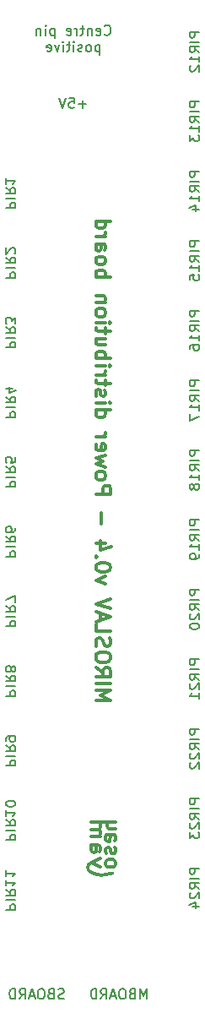
<source format=gbo>
%TF.GenerationSoftware,KiCad,Pcbnew,5.1.10*%
%TF.CreationDate,2021-12-13T09:13:28+01:00*%
%TF.ProjectId,power_board,706f7765-725f-4626-9f61-72642e6b6963,rev?*%
%TF.SameCoordinates,Original*%
%TF.FileFunction,Legend,Bot*%
%TF.FilePolarity,Positive*%
%FSLAX46Y46*%
G04 Gerber Fmt 4.6, Leading zero omitted, Abs format (unit mm)*
G04 Created by KiCad (PCBNEW 5.1.10) date 2021-12-13 09:13:28*
%MOMM*%
%LPD*%
G01*
G04 APERTURE LIST*
%ADD10C,0.300000*%
%ADD11C,0.150000*%
%ADD12C,1.397000*%
%ADD13R,3.500000X3.500000*%
G04 APERTURE END LIST*
D10*
X104757302Y-107297980D02*
X104828731Y-107155122D01*
X104828731Y-106869408D01*
X104757302Y-106726551D01*
X104614445Y-106655122D01*
X104043017Y-106655122D01*
X103900160Y-106726551D01*
X103828731Y-106869408D01*
X103828731Y-107155122D01*
X103900160Y-107297980D01*
X104043017Y-107369408D01*
X104185874Y-107369408D01*
X104328731Y-106655122D01*
X104757302Y-107940837D02*
X104828731Y-108083694D01*
X104828731Y-108369408D01*
X104757302Y-108512265D01*
X104614445Y-108583694D01*
X104543017Y-108583694D01*
X104400160Y-108512265D01*
X104328731Y-108369408D01*
X104328731Y-108155122D01*
X104257302Y-108012265D01*
X104114445Y-107940837D01*
X104043017Y-107940837D01*
X103900160Y-108012265D01*
X103828731Y-108155122D01*
X103828731Y-108369408D01*
X103900160Y-108512265D01*
X104828731Y-109440837D02*
X104757302Y-109297980D01*
X104685874Y-109226551D01*
X104543017Y-109155122D01*
X104114445Y-109155122D01*
X103971588Y-109226551D01*
X103900160Y-109297980D01*
X103828731Y-109440837D01*
X103828731Y-109655122D01*
X103900160Y-109797980D01*
X103971588Y-109869408D01*
X104114445Y-109940837D01*
X104543017Y-109940837D01*
X104685874Y-109869408D01*
X104757302Y-109797980D01*
X104828731Y-109655122D01*
X104828731Y-109440837D01*
X104824615Y-105411151D02*
X103524615Y-105411151D01*
X104824615Y-106054008D02*
X104143662Y-106054008D01*
X104019853Y-105982580D01*
X103957948Y-105839722D01*
X103957948Y-105625437D01*
X104019853Y-105482580D01*
X104081758Y-105411151D01*
X102351840Y-110444280D02*
G75*
G03*
X104494123Y-110542668I1172004J2146971D01*
G01*
X103262871Y-109863442D02*
X102396204Y-109458680D01*
X103262871Y-109053919D01*
X102396204Y-107677728D02*
X103077157Y-107677728D01*
X103200966Y-107758680D01*
X103262871Y-107920585D01*
X103262871Y-108244395D01*
X103200966Y-108406300D01*
X102458109Y-107677728D02*
X102396204Y-107839633D01*
X102396204Y-108244395D01*
X102458109Y-108406300D01*
X102581919Y-108487252D01*
X102705728Y-108487252D01*
X102829538Y-108406300D01*
X102891442Y-108244395D01*
X102891442Y-107839633D01*
X102953347Y-107677728D01*
X102396204Y-106868204D02*
X103262871Y-106868204D01*
X103139061Y-106868204D02*
X103200966Y-106787252D01*
X103262871Y-106625347D01*
X103262871Y-106382490D01*
X103200966Y-106220585D01*
X103077157Y-106139633D01*
X102396204Y-106139633D01*
X103077157Y-106139633D02*
X103200966Y-106058680D01*
X103262871Y-105896776D01*
X103262871Y-105653919D01*
X103200966Y-105492014D01*
X103077157Y-105411061D01*
X102396204Y-105411061D01*
X102387842Y-109479816D02*
G75*
G03*
X102315232Y-110421955I136718J-484404D01*
G01*
X104775000Y-105410000D02*
X102389940Y-105410000D01*
X102826428Y-93250714D02*
X104326428Y-93250714D01*
X103255000Y-92750714D01*
X104326428Y-92250714D01*
X102826428Y-92250714D01*
X102826428Y-91536428D02*
X104326428Y-91536428D01*
X102826428Y-89965000D02*
X103540714Y-90465000D01*
X102826428Y-90822142D02*
X104326428Y-90822142D01*
X104326428Y-90250714D01*
X104255000Y-90107857D01*
X104183571Y-90036428D01*
X104040714Y-89965000D01*
X103826428Y-89965000D01*
X103683571Y-90036428D01*
X103612142Y-90107857D01*
X103540714Y-90250714D01*
X103540714Y-90822142D01*
X104326428Y-89036428D02*
X104326428Y-88750714D01*
X104255000Y-88607857D01*
X104112142Y-88465000D01*
X103826428Y-88393571D01*
X103326428Y-88393571D01*
X103040714Y-88465000D01*
X102897857Y-88607857D01*
X102826428Y-88750714D01*
X102826428Y-89036428D01*
X102897857Y-89179285D01*
X103040714Y-89322142D01*
X103326428Y-89393571D01*
X103826428Y-89393571D01*
X104112142Y-89322142D01*
X104255000Y-89179285D01*
X104326428Y-89036428D01*
X102897857Y-87822142D02*
X102826428Y-87607857D01*
X102826428Y-87250714D01*
X102897857Y-87107857D01*
X102969285Y-87036428D01*
X103112142Y-86965000D01*
X103255000Y-86965000D01*
X103397857Y-87036428D01*
X103469285Y-87107857D01*
X103540714Y-87250714D01*
X103612142Y-87536428D01*
X103683571Y-87679285D01*
X103755000Y-87750714D01*
X103897857Y-87822142D01*
X104040714Y-87822142D01*
X104183571Y-87750714D01*
X104255000Y-87679285D01*
X104326428Y-87536428D01*
X104326428Y-87179285D01*
X104255000Y-86965000D01*
X102826428Y-85607857D02*
X102826428Y-86322142D01*
X104326428Y-86322142D01*
X103255000Y-85179285D02*
X103255000Y-84465000D01*
X102826428Y-85322142D02*
X104326428Y-84822142D01*
X102826428Y-84322142D01*
X104326428Y-84036428D02*
X102826428Y-83536428D01*
X104326428Y-83036428D01*
X103826428Y-81536428D02*
X102826428Y-81179285D01*
X103826428Y-80822142D01*
X104326428Y-79965000D02*
X104326428Y-79822142D01*
X104255000Y-79679285D01*
X104183571Y-79607857D01*
X104040714Y-79536428D01*
X103755000Y-79465000D01*
X103397857Y-79465000D01*
X103112142Y-79536428D01*
X102969285Y-79607857D01*
X102897857Y-79679285D01*
X102826428Y-79822142D01*
X102826428Y-79965000D01*
X102897857Y-80107857D01*
X102969285Y-80179285D01*
X103112142Y-80250714D01*
X103397857Y-80322142D01*
X103755000Y-80322142D01*
X104040714Y-80250714D01*
X104183571Y-80179285D01*
X104255000Y-80107857D01*
X104326428Y-79965000D01*
X102969285Y-78822142D02*
X102897857Y-78750714D01*
X102826428Y-78822142D01*
X102897857Y-78893571D01*
X102969285Y-78822142D01*
X102826428Y-78822142D01*
X103826428Y-77465000D02*
X102826428Y-77465000D01*
X104397857Y-77822142D02*
X103326428Y-78179285D01*
X103326428Y-77250714D01*
X103397857Y-75536428D02*
X103397857Y-74393571D01*
X102826428Y-72536428D02*
X104326428Y-72536428D01*
X104326428Y-71965000D01*
X104255000Y-71822142D01*
X104183571Y-71750714D01*
X104040714Y-71679285D01*
X103826428Y-71679285D01*
X103683571Y-71750714D01*
X103612142Y-71822142D01*
X103540714Y-71965000D01*
X103540714Y-72536428D01*
X102826428Y-70822142D02*
X102897857Y-70965000D01*
X102969285Y-71036428D01*
X103112142Y-71107857D01*
X103540714Y-71107857D01*
X103683571Y-71036428D01*
X103755000Y-70965000D01*
X103826428Y-70822142D01*
X103826428Y-70607857D01*
X103755000Y-70465000D01*
X103683571Y-70393571D01*
X103540714Y-70322142D01*
X103112142Y-70322142D01*
X102969285Y-70393571D01*
X102897857Y-70465000D01*
X102826428Y-70607857D01*
X102826428Y-70822142D01*
X103826428Y-69822142D02*
X102826428Y-69536428D01*
X103540714Y-69250714D01*
X102826428Y-68965000D01*
X103826428Y-68679285D01*
X102897857Y-67536428D02*
X102826428Y-67679285D01*
X102826428Y-67965000D01*
X102897857Y-68107857D01*
X103040714Y-68179285D01*
X103612142Y-68179285D01*
X103755000Y-68107857D01*
X103826428Y-67965000D01*
X103826428Y-67679285D01*
X103755000Y-67536428D01*
X103612142Y-67465000D01*
X103469285Y-67465000D01*
X103326428Y-68179285D01*
X102826428Y-66822142D02*
X103826428Y-66822142D01*
X103540714Y-66822142D02*
X103683571Y-66750714D01*
X103755000Y-66679285D01*
X103826428Y-66536428D01*
X103826428Y-66393571D01*
X102826428Y-64107857D02*
X104326428Y-64107857D01*
X102897857Y-64107857D02*
X102826428Y-64250714D01*
X102826428Y-64536428D01*
X102897857Y-64679285D01*
X102969285Y-64750714D01*
X103112142Y-64822142D01*
X103540714Y-64822142D01*
X103683571Y-64750714D01*
X103755000Y-64679285D01*
X103826428Y-64536428D01*
X103826428Y-64250714D01*
X103755000Y-64107857D01*
X102826428Y-63393571D02*
X103826428Y-63393571D01*
X104326428Y-63393571D02*
X104255000Y-63465000D01*
X104183571Y-63393571D01*
X104255000Y-63322142D01*
X104326428Y-63393571D01*
X104183571Y-63393571D01*
X102897857Y-62750714D02*
X102826428Y-62607857D01*
X102826428Y-62322142D01*
X102897857Y-62179285D01*
X103040714Y-62107857D01*
X103112142Y-62107857D01*
X103255000Y-62179285D01*
X103326428Y-62322142D01*
X103326428Y-62536428D01*
X103397857Y-62679285D01*
X103540714Y-62750714D01*
X103612142Y-62750714D01*
X103755000Y-62679285D01*
X103826428Y-62536428D01*
X103826428Y-62322142D01*
X103755000Y-62179285D01*
X103826428Y-61679285D02*
X103826428Y-61107857D01*
X104326428Y-61465000D02*
X103040714Y-61465000D01*
X102897857Y-61393571D01*
X102826428Y-61250714D01*
X102826428Y-61107857D01*
X102826428Y-60607857D02*
X103826428Y-60607857D01*
X103540714Y-60607857D02*
X103683571Y-60536428D01*
X103755000Y-60465000D01*
X103826428Y-60322142D01*
X103826428Y-60179285D01*
X102826428Y-59679285D02*
X103826428Y-59679285D01*
X104326428Y-59679285D02*
X104255000Y-59750714D01*
X104183571Y-59679285D01*
X104255000Y-59607857D01*
X104326428Y-59679285D01*
X104183571Y-59679285D01*
X102826428Y-58965000D02*
X104326428Y-58965000D01*
X103755000Y-58965000D02*
X103826428Y-58822142D01*
X103826428Y-58536428D01*
X103755000Y-58393571D01*
X103683571Y-58322142D01*
X103540714Y-58250714D01*
X103112142Y-58250714D01*
X102969285Y-58322142D01*
X102897857Y-58393571D01*
X102826428Y-58536428D01*
X102826428Y-58822142D01*
X102897857Y-58965000D01*
X103826428Y-56965000D02*
X102826428Y-56965000D01*
X103826428Y-57607857D02*
X103040714Y-57607857D01*
X102897857Y-57536428D01*
X102826428Y-57393571D01*
X102826428Y-57179285D01*
X102897857Y-57036428D01*
X102969285Y-56965000D01*
X103826428Y-56465000D02*
X103826428Y-55893571D01*
X104326428Y-56250714D02*
X103040714Y-56250714D01*
X102897857Y-56179285D01*
X102826428Y-56036428D01*
X102826428Y-55893571D01*
X102826428Y-55393571D02*
X103826428Y-55393571D01*
X104326428Y-55393571D02*
X104255000Y-55465000D01*
X104183571Y-55393571D01*
X104255000Y-55322142D01*
X104326428Y-55393571D01*
X104183571Y-55393571D01*
X102826428Y-54465000D02*
X102897857Y-54607857D01*
X102969285Y-54679285D01*
X103112142Y-54750714D01*
X103540714Y-54750714D01*
X103683571Y-54679285D01*
X103755000Y-54607857D01*
X103826428Y-54465000D01*
X103826428Y-54250714D01*
X103755000Y-54107857D01*
X103683571Y-54036428D01*
X103540714Y-53965000D01*
X103112142Y-53965000D01*
X102969285Y-54036428D01*
X102897857Y-54107857D01*
X102826428Y-54250714D01*
X102826428Y-54465000D01*
X103826428Y-53322142D02*
X102826428Y-53322142D01*
X103683571Y-53322142D02*
X103755000Y-53250714D01*
X103826428Y-53107857D01*
X103826428Y-52893571D01*
X103755000Y-52750714D01*
X103612142Y-52679285D01*
X102826428Y-52679285D01*
X102826428Y-50822142D02*
X104326428Y-50822142D01*
X103755000Y-50822142D02*
X103826428Y-50679285D01*
X103826428Y-50393571D01*
X103755000Y-50250714D01*
X103683571Y-50179285D01*
X103540714Y-50107857D01*
X103112142Y-50107857D01*
X102969285Y-50179285D01*
X102897857Y-50250714D01*
X102826428Y-50393571D01*
X102826428Y-50679285D01*
X102897857Y-50822142D01*
X102826428Y-49250714D02*
X102897857Y-49393571D01*
X102969285Y-49465000D01*
X103112142Y-49536428D01*
X103540714Y-49536428D01*
X103683571Y-49465000D01*
X103755000Y-49393571D01*
X103826428Y-49250714D01*
X103826428Y-49036428D01*
X103755000Y-48893571D01*
X103683571Y-48822142D01*
X103540714Y-48750714D01*
X103112142Y-48750714D01*
X102969285Y-48822142D01*
X102897857Y-48893571D01*
X102826428Y-49036428D01*
X102826428Y-49250714D01*
X102826428Y-47465000D02*
X103612142Y-47465000D01*
X103755000Y-47536428D01*
X103826428Y-47679285D01*
X103826428Y-47965000D01*
X103755000Y-48107857D01*
X102897857Y-47465000D02*
X102826428Y-47607857D01*
X102826428Y-47965000D01*
X102897857Y-48107857D01*
X103040714Y-48179285D01*
X103183571Y-48179285D01*
X103326428Y-48107857D01*
X103397857Y-47965000D01*
X103397857Y-47607857D01*
X103469285Y-47465000D01*
X102826428Y-46750714D02*
X103826428Y-46750714D01*
X103540714Y-46750714D02*
X103683571Y-46679285D01*
X103755000Y-46607857D01*
X103826428Y-46465000D01*
X103826428Y-46322142D01*
X102826428Y-45179285D02*
X104326428Y-45179285D01*
X102897857Y-45179285D02*
X102826428Y-45322142D01*
X102826428Y-45607857D01*
X102897857Y-45750714D01*
X102969285Y-45822142D01*
X103112142Y-45893571D01*
X103540714Y-45893571D01*
X103683571Y-45822142D01*
X103755000Y-45750714D01*
X103826428Y-45607857D01*
X103826428Y-45322142D01*
X103755000Y-45179285D01*
D11*
X103703047Y-26456142D02*
X103750666Y-26503761D01*
X103893523Y-26551380D01*
X103988761Y-26551380D01*
X104131619Y-26503761D01*
X104226857Y-26408523D01*
X104274476Y-26313285D01*
X104322095Y-26122809D01*
X104322095Y-25979952D01*
X104274476Y-25789476D01*
X104226857Y-25694238D01*
X104131619Y-25599000D01*
X103988761Y-25551380D01*
X103893523Y-25551380D01*
X103750666Y-25599000D01*
X103703047Y-25646619D01*
X102893523Y-26503761D02*
X102988761Y-26551380D01*
X103179238Y-26551380D01*
X103274476Y-26503761D01*
X103322095Y-26408523D01*
X103322095Y-26027571D01*
X103274476Y-25932333D01*
X103179238Y-25884714D01*
X102988761Y-25884714D01*
X102893523Y-25932333D01*
X102845904Y-26027571D01*
X102845904Y-26122809D01*
X103322095Y-26218047D01*
X102417333Y-25884714D02*
X102417333Y-26551380D01*
X102417333Y-25979952D02*
X102369714Y-25932333D01*
X102274476Y-25884714D01*
X102131619Y-25884714D01*
X102036380Y-25932333D01*
X101988761Y-26027571D01*
X101988761Y-26551380D01*
X101655428Y-25884714D02*
X101274476Y-25884714D01*
X101512571Y-25551380D02*
X101512571Y-26408523D01*
X101464952Y-26503761D01*
X101369714Y-26551380D01*
X101274476Y-26551380D01*
X100941142Y-26551380D02*
X100941142Y-25884714D01*
X100941142Y-26075190D02*
X100893523Y-25979952D01*
X100845904Y-25932333D01*
X100750666Y-25884714D01*
X100655428Y-25884714D01*
X99941142Y-26503761D02*
X100036380Y-26551380D01*
X100226857Y-26551380D01*
X100322095Y-26503761D01*
X100369714Y-26408523D01*
X100369714Y-26027571D01*
X100322095Y-25932333D01*
X100226857Y-25884714D01*
X100036380Y-25884714D01*
X99941142Y-25932333D01*
X99893523Y-26027571D01*
X99893523Y-26122809D01*
X100369714Y-26218047D01*
X98703047Y-25884714D02*
X98703047Y-26884714D01*
X98703047Y-25932333D02*
X98607809Y-25884714D01*
X98417333Y-25884714D01*
X98322095Y-25932333D01*
X98274476Y-25979952D01*
X98226857Y-26075190D01*
X98226857Y-26360904D01*
X98274476Y-26456142D01*
X98322095Y-26503761D01*
X98417333Y-26551380D01*
X98607809Y-26551380D01*
X98703047Y-26503761D01*
X97798285Y-26551380D02*
X97798285Y-25884714D01*
X97798285Y-25551380D02*
X97845904Y-25599000D01*
X97798285Y-25646619D01*
X97750666Y-25599000D01*
X97798285Y-25551380D01*
X97798285Y-25646619D01*
X97322095Y-25884714D02*
X97322095Y-26551380D01*
X97322095Y-25979952D02*
X97274476Y-25932333D01*
X97179238Y-25884714D01*
X97036380Y-25884714D01*
X96941142Y-25932333D01*
X96893523Y-26027571D01*
X96893523Y-26551380D01*
X103226857Y-27534714D02*
X103226857Y-28534714D01*
X103226857Y-27582333D02*
X103131619Y-27534714D01*
X102941142Y-27534714D01*
X102845904Y-27582333D01*
X102798285Y-27629952D01*
X102750666Y-27725190D01*
X102750666Y-28010904D01*
X102798285Y-28106142D01*
X102845904Y-28153761D01*
X102941142Y-28201380D01*
X103131619Y-28201380D01*
X103226857Y-28153761D01*
X102179238Y-28201380D02*
X102274476Y-28153761D01*
X102322095Y-28106142D01*
X102369714Y-28010904D01*
X102369714Y-27725190D01*
X102322095Y-27629952D01*
X102274476Y-27582333D01*
X102179238Y-27534714D01*
X102036380Y-27534714D01*
X101941142Y-27582333D01*
X101893523Y-27629952D01*
X101845904Y-27725190D01*
X101845904Y-28010904D01*
X101893523Y-28106142D01*
X101941142Y-28153761D01*
X102036380Y-28201380D01*
X102179238Y-28201380D01*
X101464952Y-28153761D02*
X101369714Y-28201380D01*
X101179238Y-28201380D01*
X101083999Y-28153761D01*
X101036380Y-28058523D01*
X101036380Y-28010904D01*
X101083999Y-27915666D01*
X101179238Y-27868047D01*
X101322095Y-27868047D01*
X101417333Y-27820428D01*
X101464952Y-27725190D01*
X101464952Y-27677571D01*
X101417333Y-27582333D01*
X101322095Y-27534714D01*
X101179238Y-27534714D01*
X101083999Y-27582333D01*
X100607809Y-28201380D02*
X100607809Y-27534714D01*
X100607809Y-27201380D02*
X100655428Y-27249000D01*
X100607809Y-27296619D01*
X100560190Y-27249000D01*
X100607809Y-27201380D01*
X100607809Y-27296619D01*
X100274476Y-27534714D02*
X99893523Y-27534714D01*
X100131619Y-27201380D02*
X100131619Y-28058523D01*
X100083999Y-28153761D01*
X99988761Y-28201380D01*
X99893523Y-28201380D01*
X99560190Y-28201380D02*
X99560190Y-27534714D01*
X99560190Y-27201380D02*
X99607809Y-27249000D01*
X99560190Y-27296619D01*
X99512571Y-27249000D01*
X99560190Y-27201380D01*
X99560190Y-27296619D01*
X99179238Y-27534714D02*
X98941142Y-28201380D01*
X98703047Y-27534714D01*
X97941142Y-28153761D02*
X98036380Y-28201380D01*
X98226857Y-28201380D01*
X98322095Y-28153761D01*
X98369714Y-28058523D01*
X98369714Y-27677571D01*
X98322095Y-27582333D01*
X98226857Y-27534714D01*
X98036380Y-27534714D01*
X97941142Y-27582333D01*
X97893523Y-27677571D01*
X97893523Y-27772809D01*
X98369714Y-27868047D01*
X101869714Y-33472428D02*
X101107809Y-33472428D01*
X101488761Y-33853380D02*
X101488761Y-33091476D01*
X100155428Y-32853380D02*
X100631619Y-32853380D01*
X100679238Y-33329571D01*
X100631619Y-33281952D01*
X100536380Y-33234333D01*
X100298285Y-33234333D01*
X100203047Y-33281952D01*
X100155428Y-33329571D01*
X100107809Y-33424809D01*
X100107809Y-33662904D01*
X100155428Y-33758142D01*
X100203047Y-33805761D01*
X100298285Y-33853380D01*
X100536380Y-33853380D01*
X100631619Y-33805761D01*
X100679238Y-33758142D01*
X99822095Y-32853380D02*
X99488761Y-33853380D01*
X99155428Y-32853380D01*
X107941715Y-123134380D02*
X107941715Y-122134380D01*
X107608381Y-122848666D01*
X107275048Y-122134380D01*
X107275048Y-123134380D01*
X106465524Y-122610571D02*
X106322667Y-122658190D01*
X106275048Y-122705809D01*
X106227429Y-122801047D01*
X106227429Y-122943904D01*
X106275048Y-123039142D01*
X106322667Y-123086761D01*
X106417905Y-123134380D01*
X106798858Y-123134380D01*
X106798858Y-122134380D01*
X106465524Y-122134380D01*
X106370286Y-122182000D01*
X106322667Y-122229619D01*
X106275048Y-122324857D01*
X106275048Y-122420095D01*
X106322667Y-122515333D01*
X106370286Y-122562952D01*
X106465524Y-122610571D01*
X106798858Y-122610571D01*
X105608381Y-122134380D02*
X105417905Y-122134380D01*
X105322667Y-122182000D01*
X105227429Y-122277238D01*
X105179810Y-122467714D01*
X105179810Y-122801047D01*
X105227429Y-122991523D01*
X105322667Y-123086761D01*
X105417905Y-123134380D01*
X105608381Y-123134380D01*
X105703620Y-123086761D01*
X105798858Y-122991523D01*
X105846477Y-122801047D01*
X105846477Y-122467714D01*
X105798858Y-122277238D01*
X105703620Y-122182000D01*
X105608381Y-122134380D01*
X104798858Y-122848666D02*
X104322667Y-122848666D01*
X104894096Y-123134380D02*
X104560762Y-122134380D01*
X104227429Y-123134380D01*
X103322667Y-123134380D02*
X103656001Y-122658190D01*
X103894096Y-123134380D02*
X103894096Y-122134380D01*
X103513143Y-122134380D01*
X103417905Y-122182000D01*
X103370286Y-122229619D01*
X103322667Y-122324857D01*
X103322667Y-122467714D01*
X103370286Y-122562952D01*
X103417905Y-122610571D01*
X103513143Y-122658190D01*
X103894096Y-122658190D01*
X102894096Y-123134380D02*
X102894096Y-122134380D01*
X102656001Y-122134380D01*
X102513143Y-122182000D01*
X102417905Y-122277238D01*
X102370286Y-122372476D01*
X102322667Y-122562952D01*
X102322667Y-122705809D01*
X102370286Y-122896285D01*
X102417905Y-122991523D01*
X102513143Y-123086761D01*
X102656001Y-123134380D01*
X102894096Y-123134380D01*
X99639095Y-123086761D02*
X99496238Y-123134380D01*
X99258142Y-123134380D01*
X99162904Y-123086761D01*
X99115285Y-123039142D01*
X99067666Y-122943904D01*
X99067666Y-122848666D01*
X99115285Y-122753428D01*
X99162904Y-122705809D01*
X99258142Y-122658190D01*
X99448619Y-122610571D01*
X99543857Y-122562952D01*
X99591476Y-122515333D01*
X99639095Y-122420095D01*
X99639095Y-122324857D01*
X99591476Y-122229619D01*
X99543857Y-122182000D01*
X99448619Y-122134380D01*
X99210523Y-122134380D01*
X99067666Y-122182000D01*
X98305761Y-122610571D02*
X98162904Y-122658190D01*
X98115285Y-122705809D01*
X98067666Y-122801047D01*
X98067666Y-122943904D01*
X98115285Y-123039142D01*
X98162904Y-123086761D01*
X98258142Y-123134380D01*
X98639095Y-123134380D01*
X98639095Y-122134380D01*
X98305761Y-122134380D01*
X98210523Y-122182000D01*
X98162904Y-122229619D01*
X98115285Y-122324857D01*
X98115285Y-122420095D01*
X98162904Y-122515333D01*
X98210523Y-122562952D01*
X98305761Y-122610571D01*
X98639095Y-122610571D01*
X97448619Y-122134380D02*
X97258142Y-122134380D01*
X97162904Y-122182000D01*
X97067666Y-122277238D01*
X97020047Y-122467714D01*
X97020047Y-122801047D01*
X97067666Y-122991523D01*
X97162904Y-123086761D01*
X97258142Y-123134380D01*
X97448619Y-123134380D01*
X97543857Y-123086761D01*
X97639095Y-122991523D01*
X97686714Y-122801047D01*
X97686714Y-122467714D01*
X97639095Y-122277238D01*
X97543857Y-122182000D01*
X97448619Y-122134380D01*
X96639095Y-122848666D02*
X96162904Y-122848666D01*
X96734333Y-123134380D02*
X96401000Y-122134380D01*
X96067666Y-123134380D01*
X95162904Y-123134380D02*
X95496238Y-122658190D01*
X95734333Y-123134380D02*
X95734333Y-122134380D01*
X95353380Y-122134380D01*
X95258142Y-122182000D01*
X95210523Y-122229619D01*
X95162904Y-122324857D01*
X95162904Y-122467714D01*
X95210523Y-122562952D01*
X95258142Y-122610571D01*
X95353380Y-122658190D01*
X95734333Y-122658190D01*
X94734333Y-123134380D02*
X94734333Y-122134380D01*
X94496238Y-122134380D01*
X94353380Y-122182000D01*
X94258142Y-122277238D01*
X94210523Y-122372476D01*
X94162904Y-122562952D01*
X94162904Y-122705809D01*
X94210523Y-122896285D01*
X94258142Y-122991523D01*
X94353380Y-123086761D01*
X94496238Y-123134380D01*
X94734333Y-123134380D01*
X93781619Y-99774190D02*
X94781619Y-99774190D01*
X94781619Y-99393238D01*
X94734000Y-99298000D01*
X94686380Y-99250380D01*
X94591142Y-99202761D01*
X94448285Y-99202761D01*
X94353047Y-99250380D01*
X94305428Y-99298000D01*
X94257809Y-99393238D01*
X94257809Y-99774190D01*
X93781619Y-98774190D02*
X94781619Y-98774190D01*
X93781619Y-97726571D02*
X94257809Y-98059904D01*
X93781619Y-98298000D02*
X94781619Y-98298000D01*
X94781619Y-97917047D01*
X94734000Y-97821809D01*
X94686380Y-97774190D01*
X94591142Y-97726571D01*
X94448285Y-97726571D01*
X94353047Y-97774190D01*
X94305428Y-97821809D01*
X94257809Y-97917047D01*
X94257809Y-98298000D01*
X93781619Y-97250380D02*
X93781619Y-97059904D01*
X93829238Y-96964666D01*
X93876857Y-96917047D01*
X94019714Y-96821809D01*
X94210190Y-96774190D01*
X94591142Y-96774190D01*
X94686380Y-96821809D01*
X94734000Y-96869428D01*
X94781619Y-96964666D01*
X94781619Y-97155142D01*
X94734000Y-97250380D01*
X94686380Y-97298000D01*
X94591142Y-97345619D01*
X94353047Y-97345619D01*
X94257809Y-97298000D01*
X94210190Y-97250380D01*
X94162571Y-97155142D01*
X94162571Y-96964666D01*
X94210190Y-96869428D01*
X94257809Y-96821809D01*
X94353047Y-96774190D01*
X93781619Y-92789190D02*
X94781619Y-92789190D01*
X94781619Y-92408238D01*
X94734000Y-92313000D01*
X94686380Y-92265380D01*
X94591142Y-92217761D01*
X94448285Y-92217761D01*
X94353047Y-92265380D01*
X94305428Y-92313000D01*
X94257809Y-92408238D01*
X94257809Y-92789190D01*
X93781619Y-91789190D02*
X94781619Y-91789190D01*
X93781619Y-90741571D02*
X94257809Y-91074904D01*
X93781619Y-91313000D02*
X94781619Y-91313000D01*
X94781619Y-90932047D01*
X94734000Y-90836809D01*
X94686380Y-90789190D01*
X94591142Y-90741571D01*
X94448285Y-90741571D01*
X94353047Y-90789190D01*
X94305428Y-90836809D01*
X94257809Y-90932047D01*
X94257809Y-91313000D01*
X94353047Y-90170142D02*
X94400666Y-90265380D01*
X94448285Y-90313000D01*
X94543523Y-90360619D01*
X94591142Y-90360619D01*
X94686380Y-90313000D01*
X94734000Y-90265380D01*
X94781619Y-90170142D01*
X94781619Y-89979666D01*
X94734000Y-89884428D01*
X94686380Y-89836809D01*
X94591142Y-89789190D01*
X94543523Y-89789190D01*
X94448285Y-89836809D01*
X94400666Y-89884428D01*
X94353047Y-89979666D01*
X94353047Y-90170142D01*
X94305428Y-90265380D01*
X94257809Y-90313000D01*
X94162571Y-90360619D01*
X93972095Y-90360619D01*
X93876857Y-90313000D01*
X93829238Y-90265380D01*
X93781619Y-90170142D01*
X93781619Y-89979666D01*
X93829238Y-89884428D01*
X93876857Y-89836809D01*
X93972095Y-89789190D01*
X94162571Y-89789190D01*
X94257809Y-89836809D01*
X94305428Y-89884428D01*
X94353047Y-89979666D01*
X93781619Y-85804190D02*
X94781619Y-85804190D01*
X94781619Y-85423238D01*
X94734000Y-85328000D01*
X94686380Y-85280380D01*
X94591142Y-85232761D01*
X94448285Y-85232761D01*
X94353047Y-85280380D01*
X94305428Y-85328000D01*
X94257809Y-85423238D01*
X94257809Y-85804190D01*
X93781619Y-84804190D02*
X94781619Y-84804190D01*
X93781619Y-83756571D02*
X94257809Y-84089904D01*
X93781619Y-84328000D02*
X94781619Y-84328000D01*
X94781619Y-83947047D01*
X94734000Y-83851809D01*
X94686380Y-83804190D01*
X94591142Y-83756571D01*
X94448285Y-83756571D01*
X94353047Y-83804190D01*
X94305428Y-83851809D01*
X94257809Y-83947047D01*
X94257809Y-84328000D01*
X94781619Y-83423238D02*
X94781619Y-82756571D01*
X93781619Y-83185142D01*
X93781619Y-78819190D02*
X94781619Y-78819190D01*
X94781619Y-78438238D01*
X94734000Y-78343000D01*
X94686380Y-78295380D01*
X94591142Y-78247761D01*
X94448285Y-78247761D01*
X94353047Y-78295380D01*
X94305428Y-78343000D01*
X94257809Y-78438238D01*
X94257809Y-78819190D01*
X93781619Y-77819190D02*
X94781619Y-77819190D01*
X93781619Y-76771571D02*
X94257809Y-77104904D01*
X93781619Y-77343000D02*
X94781619Y-77343000D01*
X94781619Y-76962047D01*
X94734000Y-76866809D01*
X94686380Y-76819190D01*
X94591142Y-76771571D01*
X94448285Y-76771571D01*
X94353047Y-76819190D01*
X94305428Y-76866809D01*
X94257809Y-76962047D01*
X94257809Y-77343000D01*
X94781619Y-75914428D02*
X94781619Y-76104904D01*
X94734000Y-76200142D01*
X94686380Y-76247761D01*
X94543523Y-76343000D01*
X94353047Y-76390619D01*
X93972095Y-76390619D01*
X93876857Y-76343000D01*
X93829238Y-76295380D01*
X93781619Y-76200142D01*
X93781619Y-76009666D01*
X93829238Y-75914428D01*
X93876857Y-75866809D01*
X93972095Y-75819190D01*
X94210190Y-75819190D01*
X94305428Y-75866809D01*
X94353047Y-75914428D01*
X94400666Y-76009666D01*
X94400666Y-76200142D01*
X94353047Y-76295380D01*
X94305428Y-76343000D01*
X94210190Y-76390619D01*
X93781619Y-71834190D02*
X94781619Y-71834190D01*
X94781619Y-71453238D01*
X94734000Y-71358000D01*
X94686380Y-71310380D01*
X94591142Y-71262761D01*
X94448285Y-71262761D01*
X94353047Y-71310380D01*
X94305428Y-71358000D01*
X94257809Y-71453238D01*
X94257809Y-71834190D01*
X93781619Y-70834190D02*
X94781619Y-70834190D01*
X93781619Y-69786571D02*
X94257809Y-70119904D01*
X93781619Y-70358000D02*
X94781619Y-70358000D01*
X94781619Y-69977047D01*
X94734000Y-69881809D01*
X94686380Y-69834190D01*
X94591142Y-69786571D01*
X94448285Y-69786571D01*
X94353047Y-69834190D01*
X94305428Y-69881809D01*
X94257809Y-69977047D01*
X94257809Y-70358000D01*
X94781619Y-68881809D02*
X94781619Y-69358000D01*
X94305428Y-69405619D01*
X94353047Y-69358000D01*
X94400666Y-69262761D01*
X94400666Y-69024666D01*
X94353047Y-68929428D01*
X94305428Y-68881809D01*
X94210190Y-68834190D01*
X93972095Y-68834190D01*
X93876857Y-68881809D01*
X93829238Y-68929428D01*
X93781619Y-69024666D01*
X93781619Y-69262761D01*
X93829238Y-69358000D01*
X93876857Y-69405619D01*
X93781619Y-64849190D02*
X94781619Y-64849190D01*
X94781619Y-64468238D01*
X94734000Y-64373000D01*
X94686380Y-64325380D01*
X94591142Y-64277761D01*
X94448285Y-64277761D01*
X94353047Y-64325380D01*
X94305428Y-64373000D01*
X94257809Y-64468238D01*
X94257809Y-64849190D01*
X93781619Y-63849190D02*
X94781619Y-63849190D01*
X93781619Y-62801571D02*
X94257809Y-63134904D01*
X93781619Y-63373000D02*
X94781619Y-63373000D01*
X94781619Y-62992047D01*
X94734000Y-62896809D01*
X94686380Y-62849190D01*
X94591142Y-62801571D01*
X94448285Y-62801571D01*
X94353047Y-62849190D01*
X94305428Y-62896809D01*
X94257809Y-62992047D01*
X94257809Y-63373000D01*
X94448285Y-61944428D02*
X93781619Y-61944428D01*
X94829238Y-62182523D02*
X94114952Y-62420619D01*
X94114952Y-61801571D01*
X93781619Y-57864191D02*
X94781619Y-57864191D01*
X94781619Y-57483239D01*
X94734000Y-57388001D01*
X94686380Y-57340381D01*
X94591142Y-57292762D01*
X94448285Y-57292762D01*
X94353047Y-57340381D01*
X94305428Y-57388001D01*
X94257809Y-57483239D01*
X94257809Y-57864191D01*
X93781619Y-56864191D02*
X94781619Y-56864191D01*
X93781619Y-55816572D02*
X94257809Y-56149905D01*
X93781619Y-56388001D02*
X94781619Y-56388001D01*
X94781619Y-56007048D01*
X94734000Y-55911810D01*
X94686380Y-55864191D01*
X94591142Y-55816572D01*
X94448285Y-55816572D01*
X94353047Y-55864191D01*
X94305428Y-55911810D01*
X94257809Y-56007048D01*
X94257809Y-56388001D01*
X94781619Y-55483239D02*
X94781619Y-54864191D01*
X94400666Y-55197524D01*
X94400666Y-55054667D01*
X94353047Y-54959429D01*
X94305428Y-54911810D01*
X94210190Y-54864191D01*
X93972095Y-54864191D01*
X93876857Y-54911810D01*
X93829238Y-54959429D01*
X93781619Y-55054667D01*
X93781619Y-55340381D01*
X93829238Y-55435620D01*
X93876857Y-55483239D01*
X93781619Y-50879190D02*
X94781619Y-50879190D01*
X94781619Y-50498238D01*
X94734000Y-50403000D01*
X94686380Y-50355380D01*
X94591142Y-50307761D01*
X94448285Y-50307761D01*
X94353047Y-50355380D01*
X94305428Y-50403000D01*
X94257809Y-50498238D01*
X94257809Y-50879190D01*
X93781619Y-49879190D02*
X94781619Y-49879190D01*
X93781619Y-48831571D02*
X94257809Y-49164904D01*
X93781619Y-49403000D02*
X94781619Y-49403000D01*
X94781619Y-49022047D01*
X94734000Y-48926809D01*
X94686380Y-48879190D01*
X94591142Y-48831571D01*
X94448285Y-48831571D01*
X94353047Y-48879190D01*
X94305428Y-48926809D01*
X94257809Y-49022047D01*
X94257809Y-49403000D01*
X94686380Y-48450619D02*
X94734000Y-48403000D01*
X94781619Y-48307761D01*
X94781619Y-48069666D01*
X94734000Y-47974428D01*
X94686380Y-47926809D01*
X94591142Y-47879190D01*
X94495904Y-47879190D01*
X94353047Y-47926809D01*
X93781619Y-48498238D01*
X93781619Y-47879190D01*
X93781619Y-43894191D02*
X94781619Y-43894191D01*
X94781619Y-43513239D01*
X94734000Y-43418001D01*
X94686380Y-43370381D01*
X94591142Y-43322762D01*
X94448285Y-43322762D01*
X94353047Y-43370381D01*
X94305428Y-43418001D01*
X94257809Y-43513239D01*
X94257809Y-43894191D01*
X93781619Y-42894191D02*
X94781619Y-42894191D01*
X93781619Y-41846572D02*
X94257809Y-42179905D01*
X93781619Y-42418001D02*
X94781619Y-42418001D01*
X94781619Y-42037048D01*
X94734000Y-41941810D01*
X94686380Y-41894191D01*
X94591142Y-41846572D01*
X94448285Y-41846572D01*
X94353047Y-41894191D01*
X94305428Y-41941810D01*
X94257809Y-42037048D01*
X94257809Y-42418001D01*
X93781619Y-40894191D02*
X93781619Y-41465620D01*
X93781619Y-41179905D02*
X94781619Y-41179905D01*
X94638761Y-41275143D01*
X94543523Y-41370381D01*
X94495904Y-41465620D01*
X93781619Y-107235380D02*
X94781619Y-107235380D01*
X94781619Y-106854428D01*
X94734000Y-106759190D01*
X94686380Y-106711571D01*
X94591142Y-106663952D01*
X94448285Y-106663952D01*
X94353047Y-106711571D01*
X94305428Y-106759190D01*
X94257809Y-106854428D01*
X94257809Y-107235380D01*
X93781619Y-106235380D02*
X94781619Y-106235380D01*
X93781619Y-105187761D02*
X94257809Y-105521095D01*
X93781619Y-105759190D02*
X94781619Y-105759190D01*
X94781619Y-105378238D01*
X94734000Y-105283000D01*
X94686380Y-105235380D01*
X94591142Y-105187761D01*
X94448285Y-105187761D01*
X94353047Y-105235380D01*
X94305428Y-105283000D01*
X94257809Y-105378238D01*
X94257809Y-105759190D01*
X93781619Y-104235380D02*
X93781619Y-104806809D01*
X93781619Y-104521095D02*
X94781619Y-104521095D01*
X94638761Y-104616333D01*
X94543523Y-104711571D01*
X94495904Y-104806809D01*
X94781619Y-103616333D02*
X94781619Y-103521095D01*
X94734000Y-103425857D01*
X94686380Y-103378238D01*
X94591142Y-103330619D01*
X94400666Y-103283000D01*
X94162571Y-103283000D01*
X93972095Y-103330619D01*
X93876857Y-103378238D01*
X93829238Y-103425857D01*
X93781619Y-103521095D01*
X93781619Y-103616333D01*
X93829238Y-103711571D01*
X93876857Y-103759190D01*
X93972095Y-103806809D01*
X94162571Y-103854428D01*
X94400666Y-103854428D01*
X94591142Y-103806809D01*
X94686380Y-103759190D01*
X94734000Y-103711571D01*
X94781619Y-103616333D01*
X93781619Y-114220380D02*
X94781619Y-114220380D01*
X94781619Y-113839428D01*
X94734000Y-113744190D01*
X94686380Y-113696571D01*
X94591142Y-113648952D01*
X94448285Y-113648952D01*
X94353047Y-113696571D01*
X94305428Y-113744190D01*
X94257809Y-113839428D01*
X94257809Y-114220380D01*
X93781619Y-113220380D02*
X94781619Y-113220380D01*
X93781619Y-112172761D02*
X94257809Y-112506095D01*
X93781619Y-112744190D02*
X94781619Y-112744190D01*
X94781619Y-112363238D01*
X94734000Y-112268000D01*
X94686380Y-112220380D01*
X94591142Y-112172761D01*
X94448285Y-112172761D01*
X94353047Y-112220380D01*
X94305428Y-112268000D01*
X94257809Y-112363238D01*
X94257809Y-112744190D01*
X93781619Y-111220380D02*
X93781619Y-111791809D01*
X93781619Y-111506095D02*
X94781619Y-111506095D01*
X94638761Y-111601333D01*
X94543523Y-111696571D01*
X94495904Y-111791809D01*
X93781619Y-110268000D02*
X93781619Y-110839428D01*
X93781619Y-110553714D02*
X94781619Y-110553714D01*
X94638761Y-110648952D01*
X94543523Y-110744190D01*
X94495904Y-110839428D01*
X113228380Y-26241619D02*
X112228380Y-26241619D01*
X112228380Y-26622571D01*
X112276000Y-26717809D01*
X112323619Y-26765428D01*
X112418857Y-26813047D01*
X112561714Y-26813047D01*
X112656952Y-26765428D01*
X112704571Y-26717809D01*
X112752190Y-26622571D01*
X112752190Y-26241619D01*
X113228380Y-27241619D02*
X112228380Y-27241619D01*
X113228380Y-28289238D02*
X112752190Y-27955904D01*
X113228380Y-27717809D02*
X112228380Y-27717809D01*
X112228380Y-28098761D01*
X112276000Y-28194000D01*
X112323619Y-28241619D01*
X112418857Y-28289238D01*
X112561714Y-28289238D01*
X112656952Y-28241619D01*
X112704571Y-28194000D01*
X112752190Y-28098761D01*
X112752190Y-27717809D01*
X113228380Y-29241619D02*
X113228380Y-28670190D01*
X113228380Y-28955904D02*
X112228380Y-28955904D01*
X112371238Y-28860666D01*
X112466476Y-28765428D01*
X112514095Y-28670190D01*
X112323619Y-29622571D02*
X112276000Y-29670190D01*
X112228380Y-29765428D01*
X112228380Y-30003523D01*
X112276000Y-30098761D01*
X112323619Y-30146380D01*
X112418857Y-30194000D01*
X112514095Y-30194000D01*
X112656952Y-30146380D01*
X113228380Y-29574952D01*
X113228380Y-30194000D01*
X113228380Y-33226619D02*
X112228380Y-33226619D01*
X112228380Y-33607571D01*
X112276000Y-33702809D01*
X112323619Y-33750428D01*
X112418857Y-33798047D01*
X112561714Y-33798047D01*
X112656952Y-33750428D01*
X112704571Y-33702809D01*
X112752190Y-33607571D01*
X112752190Y-33226619D01*
X113228380Y-34226619D02*
X112228380Y-34226619D01*
X113228380Y-35274238D02*
X112752190Y-34940904D01*
X113228380Y-34702809D02*
X112228380Y-34702809D01*
X112228380Y-35083761D01*
X112276000Y-35179000D01*
X112323619Y-35226619D01*
X112418857Y-35274238D01*
X112561714Y-35274238D01*
X112656952Y-35226619D01*
X112704571Y-35179000D01*
X112752190Y-35083761D01*
X112752190Y-34702809D01*
X113228380Y-36226619D02*
X113228380Y-35655190D01*
X113228380Y-35940904D02*
X112228380Y-35940904D01*
X112371238Y-35845666D01*
X112466476Y-35750428D01*
X112514095Y-35655190D01*
X112228380Y-36559952D02*
X112228380Y-37179000D01*
X112609333Y-36845666D01*
X112609333Y-36988523D01*
X112656952Y-37083761D01*
X112704571Y-37131380D01*
X112799809Y-37179000D01*
X113037904Y-37179000D01*
X113133142Y-37131380D01*
X113180761Y-37083761D01*
X113228380Y-36988523D01*
X113228380Y-36702809D01*
X113180761Y-36607571D01*
X113133142Y-36559952D01*
X113228380Y-40211619D02*
X112228380Y-40211619D01*
X112228380Y-40592571D01*
X112276000Y-40687809D01*
X112323619Y-40735428D01*
X112418857Y-40783047D01*
X112561714Y-40783047D01*
X112656952Y-40735428D01*
X112704571Y-40687809D01*
X112752190Y-40592571D01*
X112752190Y-40211619D01*
X113228380Y-41211619D02*
X112228380Y-41211619D01*
X113228380Y-42259238D02*
X112752190Y-41925904D01*
X113228380Y-41687809D02*
X112228380Y-41687809D01*
X112228380Y-42068761D01*
X112276000Y-42164000D01*
X112323619Y-42211619D01*
X112418857Y-42259238D01*
X112561714Y-42259238D01*
X112656952Y-42211619D01*
X112704571Y-42164000D01*
X112752190Y-42068761D01*
X112752190Y-41687809D01*
X113228380Y-43211619D02*
X113228380Y-42640190D01*
X113228380Y-42925904D02*
X112228380Y-42925904D01*
X112371238Y-42830666D01*
X112466476Y-42735428D01*
X112514095Y-42640190D01*
X112561714Y-44068761D02*
X113228380Y-44068761D01*
X112180761Y-43830666D02*
X112895047Y-43592571D01*
X112895047Y-44211619D01*
X113228380Y-47196618D02*
X112228380Y-47196618D01*
X112228380Y-47577570D01*
X112276000Y-47672808D01*
X112323619Y-47720427D01*
X112418857Y-47768046D01*
X112561714Y-47768046D01*
X112656952Y-47720427D01*
X112704571Y-47672808D01*
X112752190Y-47577570D01*
X112752190Y-47196618D01*
X113228380Y-48196618D02*
X112228380Y-48196618D01*
X113228380Y-49244237D02*
X112752190Y-48910903D01*
X113228380Y-48672808D02*
X112228380Y-48672808D01*
X112228380Y-49053760D01*
X112276000Y-49148999D01*
X112323619Y-49196618D01*
X112418857Y-49244237D01*
X112561714Y-49244237D01*
X112656952Y-49196618D01*
X112704571Y-49148999D01*
X112752190Y-49053760D01*
X112752190Y-48672808D01*
X113228380Y-50196618D02*
X113228380Y-49625189D01*
X113228380Y-49910903D02*
X112228380Y-49910903D01*
X112371238Y-49815665D01*
X112466476Y-49720427D01*
X112514095Y-49625189D01*
X112228380Y-51101379D02*
X112228380Y-50625189D01*
X112704571Y-50577570D01*
X112656952Y-50625189D01*
X112609333Y-50720427D01*
X112609333Y-50958522D01*
X112656952Y-51053760D01*
X112704571Y-51101379D01*
X112799809Y-51148999D01*
X113037904Y-51148999D01*
X113133142Y-51101379D01*
X113180761Y-51053760D01*
X113228380Y-50958522D01*
X113228380Y-50720427D01*
X113180761Y-50625189D01*
X113133142Y-50577570D01*
X113228380Y-54181619D02*
X112228380Y-54181619D01*
X112228380Y-54562571D01*
X112276000Y-54657809D01*
X112323619Y-54705428D01*
X112418857Y-54753047D01*
X112561714Y-54753047D01*
X112656952Y-54705428D01*
X112704571Y-54657809D01*
X112752190Y-54562571D01*
X112752190Y-54181619D01*
X113228380Y-55181619D02*
X112228380Y-55181619D01*
X113228380Y-56229238D02*
X112752190Y-55895904D01*
X113228380Y-55657809D02*
X112228380Y-55657809D01*
X112228380Y-56038761D01*
X112276000Y-56134000D01*
X112323619Y-56181619D01*
X112418857Y-56229238D01*
X112561714Y-56229238D01*
X112656952Y-56181619D01*
X112704571Y-56134000D01*
X112752190Y-56038761D01*
X112752190Y-55657809D01*
X113228380Y-57181619D02*
X113228380Y-56610190D01*
X113228380Y-56895904D02*
X112228380Y-56895904D01*
X112371238Y-56800666D01*
X112466476Y-56705428D01*
X112514095Y-56610190D01*
X112228380Y-58038761D02*
X112228380Y-57848285D01*
X112276000Y-57753047D01*
X112323619Y-57705428D01*
X112466476Y-57610190D01*
X112656952Y-57562571D01*
X113037904Y-57562571D01*
X113133142Y-57610190D01*
X113180761Y-57657809D01*
X113228380Y-57753047D01*
X113228380Y-57943523D01*
X113180761Y-58038761D01*
X113133142Y-58086380D01*
X113037904Y-58134000D01*
X112799809Y-58134000D01*
X112704571Y-58086380D01*
X112656952Y-58038761D01*
X112609333Y-57943523D01*
X112609333Y-57753047D01*
X112656952Y-57657809D01*
X112704571Y-57610190D01*
X112799809Y-57562571D01*
X113228380Y-61166618D02*
X112228380Y-61166618D01*
X112228380Y-61547570D01*
X112276000Y-61642808D01*
X112323619Y-61690427D01*
X112418857Y-61738046D01*
X112561714Y-61738046D01*
X112656952Y-61690427D01*
X112704571Y-61642808D01*
X112752190Y-61547570D01*
X112752190Y-61166618D01*
X113228380Y-62166618D02*
X112228380Y-62166618D01*
X113228380Y-63214237D02*
X112752190Y-62880903D01*
X113228380Y-62642808D02*
X112228380Y-62642808D01*
X112228380Y-63023760D01*
X112276000Y-63118999D01*
X112323619Y-63166618D01*
X112418857Y-63214237D01*
X112561714Y-63214237D01*
X112656952Y-63166618D01*
X112704571Y-63118999D01*
X112752190Y-63023760D01*
X112752190Y-62642808D01*
X113228380Y-64166618D02*
X113228380Y-63595189D01*
X113228380Y-63880903D02*
X112228380Y-63880903D01*
X112371238Y-63785665D01*
X112466476Y-63690427D01*
X112514095Y-63595189D01*
X112228380Y-64499951D02*
X112228380Y-65166618D01*
X113228380Y-64738046D01*
X113228380Y-68151619D02*
X112228380Y-68151619D01*
X112228380Y-68532571D01*
X112276000Y-68627809D01*
X112323619Y-68675428D01*
X112418857Y-68723047D01*
X112561714Y-68723047D01*
X112656952Y-68675428D01*
X112704571Y-68627809D01*
X112752190Y-68532571D01*
X112752190Y-68151619D01*
X113228380Y-69151619D02*
X112228380Y-69151619D01*
X113228380Y-70199238D02*
X112752190Y-69865904D01*
X113228380Y-69627809D02*
X112228380Y-69627809D01*
X112228380Y-70008761D01*
X112276000Y-70104000D01*
X112323619Y-70151619D01*
X112418857Y-70199238D01*
X112561714Y-70199238D01*
X112656952Y-70151619D01*
X112704571Y-70104000D01*
X112752190Y-70008761D01*
X112752190Y-69627809D01*
X113228380Y-71151619D02*
X113228380Y-70580190D01*
X113228380Y-70865904D02*
X112228380Y-70865904D01*
X112371238Y-70770666D01*
X112466476Y-70675428D01*
X112514095Y-70580190D01*
X112656952Y-71723047D02*
X112609333Y-71627809D01*
X112561714Y-71580190D01*
X112466476Y-71532571D01*
X112418857Y-71532571D01*
X112323619Y-71580190D01*
X112276000Y-71627809D01*
X112228380Y-71723047D01*
X112228380Y-71913523D01*
X112276000Y-72008761D01*
X112323619Y-72056380D01*
X112418857Y-72104000D01*
X112466476Y-72104000D01*
X112561714Y-72056380D01*
X112609333Y-72008761D01*
X112656952Y-71913523D01*
X112656952Y-71723047D01*
X112704571Y-71627809D01*
X112752190Y-71580190D01*
X112847428Y-71532571D01*
X113037904Y-71532571D01*
X113133142Y-71580190D01*
X113180761Y-71627809D01*
X113228380Y-71723047D01*
X113228380Y-71913523D01*
X113180761Y-72008761D01*
X113133142Y-72056380D01*
X113037904Y-72104000D01*
X112847428Y-72104000D01*
X112752190Y-72056380D01*
X112704571Y-72008761D01*
X112656952Y-71913523D01*
X113228380Y-75136618D02*
X112228380Y-75136618D01*
X112228380Y-75517570D01*
X112276000Y-75612808D01*
X112323619Y-75660427D01*
X112418857Y-75708046D01*
X112561714Y-75708046D01*
X112656952Y-75660427D01*
X112704571Y-75612808D01*
X112752190Y-75517570D01*
X112752190Y-75136618D01*
X113228380Y-76136618D02*
X112228380Y-76136618D01*
X113228380Y-77184237D02*
X112752190Y-76850903D01*
X113228380Y-76612808D02*
X112228380Y-76612808D01*
X112228380Y-76993760D01*
X112276000Y-77088999D01*
X112323619Y-77136618D01*
X112418857Y-77184237D01*
X112561714Y-77184237D01*
X112656952Y-77136618D01*
X112704571Y-77088999D01*
X112752190Y-76993760D01*
X112752190Y-76612808D01*
X113228380Y-78136618D02*
X113228380Y-77565189D01*
X113228380Y-77850903D02*
X112228380Y-77850903D01*
X112371238Y-77755665D01*
X112466476Y-77660427D01*
X112514095Y-77565189D01*
X113228380Y-78612808D02*
X113228380Y-78803284D01*
X113180761Y-78898522D01*
X113133142Y-78946141D01*
X112990285Y-79041379D01*
X112799809Y-79088999D01*
X112418857Y-79088999D01*
X112323619Y-79041379D01*
X112276000Y-78993760D01*
X112228380Y-78898522D01*
X112228380Y-78708046D01*
X112276000Y-78612808D01*
X112323619Y-78565189D01*
X112418857Y-78517570D01*
X112656952Y-78517570D01*
X112752190Y-78565189D01*
X112799809Y-78612808D01*
X112847428Y-78708046D01*
X112847428Y-78898522D01*
X112799809Y-78993760D01*
X112752190Y-79041379D01*
X112656952Y-79088999D01*
X113228380Y-82121619D02*
X112228380Y-82121619D01*
X112228380Y-82502571D01*
X112276000Y-82597809D01*
X112323619Y-82645428D01*
X112418857Y-82693047D01*
X112561714Y-82693047D01*
X112656952Y-82645428D01*
X112704571Y-82597809D01*
X112752190Y-82502571D01*
X112752190Y-82121619D01*
X113228380Y-83121619D02*
X112228380Y-83121619D01*
X113228380Y-84169238D02*
X112752190Y-83835904D01*
X113228380Y-83597809D02*
X112228380Y-83597809D01*
X112228380Y-83978761D01*
X112276000Y-84074000D01*
X112323619Y-84121619D01*
X112418857Y-84169238D01*
X112561714Y-84169238D01*
X112656952Y-84121619D01*
X112704571Y-84074000D01*
X112752190Y-83978761D01*
X112752190Y-83597809D01*
X112323619Y-84550190D02*
X112276000Y-84597809D01*
X112228380Y-84693047D01*
X112228380Y-84931142D01*
X112276000Y-85026380D01*
X112323619Y-85074000D01*
X112418857Y-85121619D01*
X112514095Y-85121619D01*
X112656952Y-85074000D01*
X113228380Y-84502571D01*
X113228380Y-85121619D01*
X112228380Y-85740666D02*
X112228380Y-85835904D01*
X112276000Y-85931142D01*
X112323619Y-85978761D01*
X112418857Y-86026380D01*
X112609333Y-86074000D01*
X112847428Y-86074000D01*
X113037904Y-86026380D01*
X113133142Y-85978761D01*
X113180761Y-85931142D01*
X113228380Y-85835904D01*
X113228380Y-85740666D01*
X113180761Y-85645428D01*
X113133142Y-85597809D01*
X113037904Y-85550190D01*
X112847428Y-85502571D01*
X112609333Y-85502571D01*
X112418857Y-85550190D01*
X112323619Y-85597809D01*
X112276000Y-85645428D01*
X112228380Y-85740666D01*
X113228380Y-89106619D02*
X112228380Y-89106619D01*
X112228380Y-89487571D01*
X112276000Y-89582809D01*
X112323619Y-89630428D01*
X112418857Y-89678047D01*
X112561714Y-89678047D01*
X112656952Y-89630428D01*
X112704571Y-89582809D01*
X112752190Y-89487571D01*
X112752190Y-89106619D01*
X113228380Y-90106619D02*
X112228380Y-90106619D01*
X113228380Y-91154238D02*
X112752190Y-90820904D01*
X113228380Y-90582809D02*
X112228380Y-90582809D01*
X112228380Y-90963761D01*
X112276000Y-91059000D01*
X112323619Y-91106619D01*
X112418857Y-91154238D01*
X112561714Y-91154238D01*
X112656952Y-91106619D01*
X112704571Y-91059000D01*
X112752190Y-90963761D01*
X112752190Y-90582809D01*
X112323619Y-91535190D02*
X112276000Y-91582809D01*
X112228380Y-91678047D01*
X112228380Y-91916142D01*
X112276000Y-92011380D01*
X112323619Y-92059000D01*
X112418857Y-92106619D01*
X112514095Y-92106619D01*
X112656952Y-92059000D01*
X113228380Y-91487571D01*
X113228380Y-92106619D01*
X113228380Y-93059000D02*
X113228380Y-92487571D01*
X113228380Y-92773285D02*
X112228380Y-92773285D01*
X112371238Y-92678047D01*
X112466476Y-92582809D01*
X112514095Y-92487571D01*
X113228380Y-96091619D02*
X112228380Y-96091619D01*
X112228380Y-96472571D01*
X112276000Y-96567809D01*
X112323619Y-96615428D01*
X112418857Y-96663047D01*
X112561714Y-96663047D01*
X112656952Y-96615428D01*
X112704571Y-96567809D01*
X112752190Y-96472571D01*
X112752190Y-96091619D01*
X113228380Y-97091619D02*
X112228380Y-97091619D01*
X113228380Y-98139238D02*
X112752190Y-97805904D01*
X113228380Y-97567809D02*
X112228380Y-97567809D01*
X112228380Y-97948761D01*
X112276000Y-98044000D01*
X112323619Y-98091619D01*
X112418857Y-98139238D01*
X112561714Y-98139238D01*
X112656952Y-98091619D01*
X112704571Y-98044000D01*
X112752190Y-97948761D01*
X112752190Y-97567809D01*
X112323619Y-98520190D02*
X112276000Y-98567809D01*
X112228380Y-98663047D01*
X112228380Y-98901142D01*
X112276000Y-98996380D01*
X112323619Y-99044000D01*
X112418857Y-99091619D01*
X112514095Y-99091619D01*
X112656952Y-99044000D01*
X113228380Y-98472571D01*
X113228380Y-99091619D01*
X112323619Y-99472571D02*
X112276000Y-99520190D01*
X112228380Y-99615428D01*
X112228380Y-99853523D01*
X112276000Y-99948761D01*
X112323619Y-99996380D01*
X112418857Y-100044000D01*
X112514095Y-100044000D01*
X112656952Y-99996380D01*
X113228380Y-99424952D01*
X113228380Y-100044000D01*
X113228380Y-103076619D02*
X112228380Y-103076619D01*
X112228380Y-103457571D01*
X112276000Y-103552809D01*
X112323619Y-103600428D01*
X112418857Y-103648047D01*
X112561714Y-103648047D01*
X112656952Y-103600428D01*
X112704571Y-103552809D01*
X112752190Y-103457571D01*
X112752190Y-103076619D01*
X113228380Y-104076619D02*
X112228380Y-104076619D01*
X113228380Y-105124238D02*
X112752190Y-104790904D01*
X113228380Y-104552809D02*
X112228380Y-104552809D01*
X112228380Y-104933761D01*
X112276000Y-105029000D01*
X112323619Y-105076619D01*
X112418857Y-105124238D01*
X112561714Y-105124238D01*
X112656952Y-105076619D01*
X112704571Y-105029000D01*
X112752190Y-104933761D01*
X112752190Y-104552809D01*
X112323619Y-105505190D02*
X112276000Y-105552809D01*
X112228380Y-105648047D01*
X112228380Y-105886142D01*
X112276000Y-105981380D01*
X112323619Y-106029000D01*
X112418857Y-106076619D01*
X112514095Y-106076619D01*
X112656952Y-106029000D01*
X113228380Y-105457571D01*
X113228380Y-106076619D01*
X112228380Y-106409952D02*
X112228380Y-107029000D01*
X112609333Y-106695666D01*
X112609333Y-106838523D01*
X112656952Y-106933761D01*
X112704571Y-106981380D01*
X112799809Y-107029000D01*
X113037904Y-107029000D01*
X113133142Y-106981380D01*
X113180761Y-106933761D01*
X113228380Y-106838523D01*
X113228380Y-106552809D01*
X113180761Y-106457571D01*
X113133142Y-106409952D01*
X113228380Y-110061618D02*
X112228380Y-110061618D01*
X112228380Y-110442570D01*
X112276000Y-110537808D01*
X112323619Y-110585427D01*
X112418857Y-110633046D01*
X112561714Y-110633046D01*
X112656952Y-110585427D01*
X112704571Y-110537808D01*
X112752190Y-110442570D01*
X112752190Y-110061618D01*
X113228380Y-111061618D02*
X112228380Y-111061618D01*
X113228380Y-112109237D02*
X112752190Y-111775903D01*
X113228380Y-111537808D02*
X112228380Y-111537808D01*
X112228380Y-111918760D01*
X112276000Y-112013999D01*
X112323619Y-112061618D01*
X112418857Y-112109237D01*
X112561714Y-112109237D01*
X112656952Y-112061618D01*
X112704571Y-112013999D01*
X112752190Y-111918760D01*
X112752190Y-111537808D01*
X112323619Y-112490189D02*
X112276000Y-112537808D01*
X112228380Y-112633046D01*
X112228380Y-112871141D01*
X112276000Y-112966379D01*
X112323619Y-113013999D01*
X112418857Y-113061618D01*
X112514095Y-113061618D01*
X112656952Y-113013999D01*
X113228380Y-112442570D01*
X113228380Y-113061618D01*
X112561714Y-113918760D02*
X113228380Y-113918760D01*
X112180761Y-113680665D02*
X112895047Y-113442570D01*
X112895047Y-114061618D01*
%LPC*%
D12*
X106140002Y-117856000D03*
X104140000Y-117856000D03*
X97885001Y-117856000D03*
X95884999Y-117856000D03*
X99060000Y-99282001D03*
X99060000Y-97281999D03*
X99060000Y-92297001D03*
X99060000Y-90296999D03*
X99060000Y-85312001D03*
X99060000Y-83311999D03*
X99060000Y-78327001D03*
X99060000Y-76326999D03*
X99060000Y-71342001D03*
X99060000Y-69341999D03*
X99060000Y-64357001D03*
X99060000Y-62356999D03*
X99060000Y-57372002D03*
X99060000Y-55372000D03*
X99060000Y-50387001D03*
X99060000Y-48386999D03*
X99060000Y-43402002D03*
X99060000Y-41402000D03*
X99060000Y-106267001D03*
X99060000Y-104266999D03*
X99060000Y-113252001D03*
X99060000Y-111251999D03*
X107950000Y-27209999D03*
X107950000Y-29210001D03*
X107950000Y-34194999D03*
X107950000Y-36195001D03*
X107950000Y-41179999D03*
X107950000Y-43180001D03*
X107950000Y-48164998D03*
X107950000Y-50165000D03*
X107950000Y-55149999D03*
X107950000Y-57150001D03*
X107950000Y-62134998D03*
X107950000Y-64135000D03*
X107950000Y-69119999D03*
X107950000Y-71120001D03*
X107950000Y-76104998D03*
X107950000Y-78105000D03*
X107950000Y-83089999D03*
X107950000Y-85090001D03*
X107950000Y-90074999D03*
X107950000Y-92075001D03*
X107950000Y-97059999D03*
X107950000Y-99060001D03*
X107950000Y-104044999D03*
X107950000Y-106045001D03*
X107950000Y-111029998D03*
X107950000Y-113030000D03*
G36*
G01*
X95010000Y-31730000D02*
X96760000Y-31730000D01*
G75*
G02*
X97635000Y-32605000I0J-875000D01*
G01*
X97635000Y-34355000D01*
G75*
G02*
X96760000Y-35230000I-875000J0D01*
G01*
X95010000Y-35230000D01*
G75*
G02*
X94135000Y-34355000I0J875000D01*
G01*
X94135000Y-32605000D01*
G75*
G02*
X95010000Y-31730000I875000J0D01*
G01*
G37*
G36*
G01*
X99585000Y-28980000D02*
X101585000Y-28980000D01*
G75*
G02*
X102335000Y-29730000I0J-750000D01*
G01*
X102335000Y-31230000D01*
G75*
G02*
X101585000Y-31980000I-750000J0D01*
G01*
X99585000Y-31980000D01*
G75*
G02*
X98835000Y-31230000I0J750000D01*
G01*
X98835000Y-29730000D01*
G75*
G02*
X99585000Y-28980000I750000J0D01*
G01*
G37*
D13*
X100585000Y-36480000D03*
M02*

</source>
